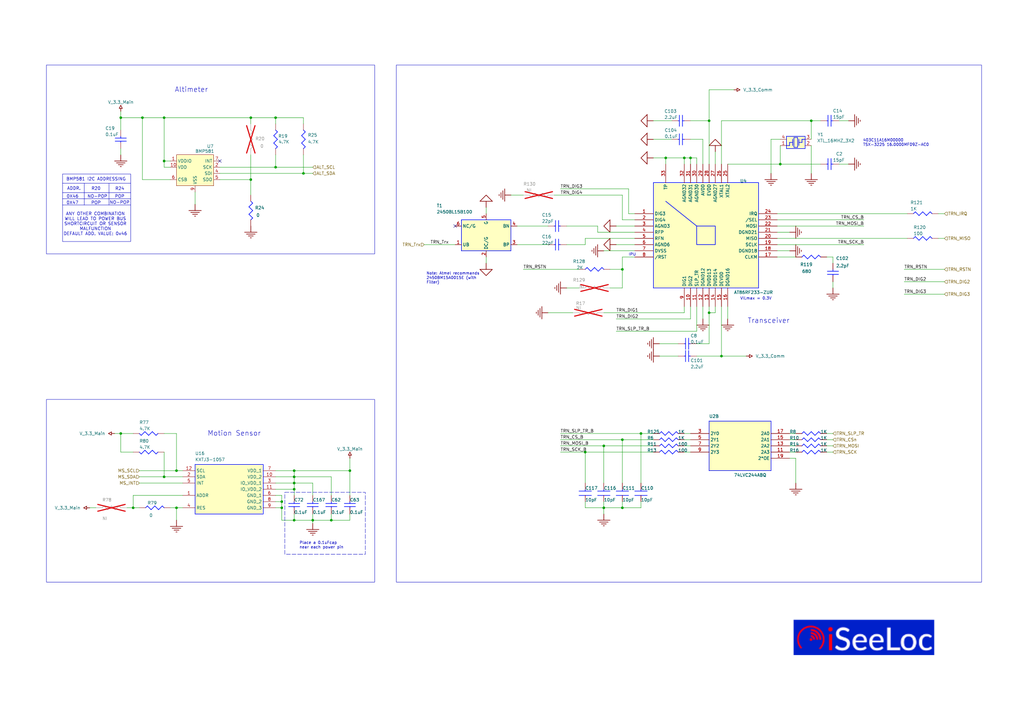
<source format=kicad_sch>
(kicad_sch (version 20231120) (generator "eeschema") (generator_version "8.0")
  (paper "A3")
  (junction (at 247.65 208.28))
  (junction (at 128.27 213.36))
  (junction (at 273.05 64.77))
  (junction (at 290.83 128.27))
  (junction (at 135.89 213.36))
  (junction (at 320.04 67.31))
  (junction (at 283.21 64.77))
  (junction (at 255.27 180.34))
  (junction (at 255.27 208.28))
  (junction (at 58.42 48.26))
  (junction (at 102.87 73.66))
  (junction (at 115.57 208.28))
  (junction (at 332.74 49.53))
  (junction (at 240.03 185.42))
  (junction (at 49.53 177.8))
  (junction (at 120.65 198.12))
  (junction (at 72.39 193.04))
  (junction (at 120.65 193.04))
  (junction (at 113.03 48.26))
  (junction (at 247.65 182.88))
  (junction (at 67.31 48.26))
  (junction (at 290.83 49.53))
  (junction (at 102.87 48.26))
  (junction (at 67.31 195.58))
  (junction (at 54.61 208.28))
  (junction (at 124.46 71.12))
  (junction (at 72.39 208.28))
  (junction (at 255.27 110.49))
  (junction (at 113.03 68.58))
  (junction (at 115.57 205.74))
  (junction (at 120.65 213.36))
  (junction (at 120.65 195.58))
  (junction (at 280.67 64.77))
  (junction (at 262.89 177.8))
  (junction (at 49.53 48.26))
  (junction (at 120.65 200.66))
  (junction (at 67.31 66.04))
  (junction (at 143.51 193.04))
  (junction (at 295.91 146.05))
  (no_connect (at 186.69 92.71))
  (no_connect (at 90.17 66.04))
  (wire (pts (xy 67.31 48.26) (xy 67.31 66.04)))
  (wire (pts (xy 262.89 205.74) (xy 262.89 208.28)))
  (wire (pts (xy 323.85 102.87) (xy 318.77 102.87)))
  (wire (pts (xy 113.03 200.66) (xy 120.65 200.66)))
  (wire (pts (xy 237.49 118.11) (xy 232.41 118.11)))
  (wire (pts (xy 113.03 68.58) (xy 128.27 68.58)))
  (wire (pts (xy 72.39 193.04) (xy 74.93 193.04)))
  (wire (pts (xy 199.39 107.95) (xy 199.39 105.41)))
  (wire (pts (xy 278.13 140.97) (xy 270.51 140.97)))
  (wire (pts (xy 255.27 118.11) (xy 250.19 118.11)))
  (wire (pts (xy 387.35 87.63) (xy 384.81 87.63)))
  (wire (pts (xy 245.11 95.25) (xy 245.11 92.71)))
  (wire (pts (xy 255.27 105.41) (xy 255.27 110.49)))
  (wire (pts (xy 128.27 214.63) (xy 128.27 213.36)))
  (wire (pts (xy 72.39 193.04) (xy 72.39 177.8)))
  (wire (pts (xy 229.87 180.34) (xy 255.27 180.34)))
  (wire (pts (xy 247.65 208.28) (xy 247.65 205.74)))
  (wire (pts (xy 120.65 203.2) (xy 120.65 200.66)))
  (wire (pts (xy 290.83 49.53) (xy 283.21 49.53)))
  (wire (pts (xy 67.31 66.04) (xy 67.31 68.58)))
  (wire (pts (xy 113.03 50.8) (xy 113.03 48.26)))
  (wire (pts (xy 72.39 208.28) (xy 74.93 208.28)))
  (wire (pts (xy 295.91 146.05) (xy 306.07 146.05)))
  (wire (pts (xy 298.45 67.31) (xy 320.04 67.31)))
  (wire (pts (xy 318.77 100.33) (xy 354.33 100.33)))
  (wire (pts (xy 283.21 67.31) (xy 283.21 64.77)))
  (wire (pts (xy 143.51 203.2) (xy 143.51 193.04)))
  (wire (pts (xy 341.63 185.42) (xy 339.09 185.42)))
  (wire (pts (xy 255.27 90.17) (xy 255.27 80.01)))
  (wire (pts (xy 247.65 208.28) (xy 240.03 208.28)))
  (wire (pts (xy 280.67 128.27) (xy 280.67 125.73)))
  (wire (pts (xy 387.35 97.79) (xy 384.81 97.79)))
  (wire (pts (xy 54.61 208.28) (xy 57.15 208.28)))
  (wire (pts (xy 214.63 80.01) (xy 209.55 80.01)))
  (wire (pts (xy 347.98 67.31) (xy 344.17 67.31)))
  (wire (pts (xy 320.04 67.31) (xy 336.55 67.31)))
  (wire (pts (xy 285.75 67.31) (xy 285.75 64.77)))
  (wire (pts (xy 260.35 100.33) (xy 252.73 100.33)))
  (wire (pts (xy 255.27 208.28) (xy 247.65 208.28)))
  (wire (pts (xy 135.89 213.36) (xy 135.89 210.82)))
  (wire (pts (xy 128.27 198.12) (xy 128.27 203.2)))
  (wire (pts (xy 54.61 203.2) (xy 74.93 203.2)))
  (wire (pts (xy 341.63 182.88) (xy 339.09 182.88)))
  (wire (pts (xy 262.89 198.12) (xy 262.89 177.8)))
  (wire (pts (xy 72.39 177.8) (xy 67.31 177.8)))
  (wire (pts (xy 326.39 105.41) (xy 318.77 105.41)))
  (wire (pts (xy 255.27 80.01) (xy 227.33 80.01)))
  (wire (pts (xy 115.57 208.28) (xy 113.03 208.28)))
  (wire (pts (xy 283.21 64.77) (xy 280.67 64.77)))
  (wire (pts (xy 372.11 97.79) (xy 318.77 97.79)))
  (wire (pts (xy 347.98 49.53) (xy 344.17 49.53)))
  (wire (pts (xy 80.01 78.74) (xy 80.01 83.82)))
  (wire (pts (xy 293.37 67.31) (xy 293.37 62.23)))
  (wire (pts (xy 260.35 105.41) (xy 255.27 105.41)))
  (wire (pts (xy 280.67 185.42) (xy 283.21 185.42)))
  (wire (pts (xy 285.75 146.05) (xy 295.91 146.05)))
  (wire (pts (xy 285.75 64.77) (xy 283.21 64.77)))
  (wire (pts (xy 240.03 208.28) (xy 240.03 205.74)))
  (wire (pts (xy 124.46 71.12) (xy 128.27 71.12)))
  (wire (pts (xy 290.83 128.27) (xy 290.83 125.73)))
  (wire (pts (xy 57.15 195.58) (xy 67.31 195.58)))
  (wire (pts (xy 128.27 213.36) (xy 120.65 213.36)))
  (wire (pts (xy 262.89 208.28) (xy 255.27 208.28)))
  (wire (pts (xy 120.65 195.58) (xy 135.89 195.58)))
  (wire (pts (xy 58.42 48.26) (xy 58.42 73.66)))
  (wire (pts (xy 237.49 110.49) (xy 214.63 110.49)))
  (wire (pts (xy 46.99 177.8) (xy 49.53 177.8)))
  (wire (pts (xy 102.87 48.26) (xy 113.03 48.26)))
  (wire (pts (xy 115.57 205.74) (xy 115.57 203.2)))
  (wire (pts (xy 120.65 198.12) (xy 128.27 198.12)))
  (wire (pts (xy 113.03 193.04) (xy 120.65 193.04)))
  (wire (pts (xy 69.85 73.66) (xy 58.42 73.66)))
  (wire (pts (xy 120.65 193.04) (xy 143.51 193.04)))
  (wire (pts (xy 113.03 195.58) (xy 120.65 195.58)))
  (wire (pts (xy 143.51 213.36) (xy 135.89 213.36)))
  (wire (pts (xy 295.91 49.53) (xy 295.91 67.31)))
  (wire (pts (xy 49.53 48.26) (xy 49.53 53.34)))
  (wire (pts (xy 252.73 130.81) (xy 283.21 130.81)))
  (wire (pts (xy 326.39 198.12) (xy 326.39 187.96)))
  (wire (pts (xy 326.39 182.88) (xy 323.85 182.88)))
  (wire (pts (xy 316.23 57.15) (xy 316.23 71.12)))
  (wire (pts (xy 120.65 213.36) (xy 115.57 213.36)))
  (wire (pts (xy 290.83 49.53) (xy 290.83 36.83)))
  (wire (pts (xy 275.59 57.15) (xy 267.97 57.15)))
  (wire (pts (xy 255.27 198.12) (xy 255.27 180.34)))
  (wire (pts (xy 135.89 213.36) (xy 128.27 213.36)))
  (wire (pts (xy 320.04 59.69) (xy 320.04 67.31)))
  (wire (pts (xy 115.57 203.2) (xy 113.03 203.2)))
  (wire (pts (xy 290.83 140.97) (xy 290.83 128.27)))
  (wire (pts (xy 273.05 64.77) (xy 267.97 64.77)))
  (wire (pts (xy 67.31 66.04) (xy 69.85 66.04)))
  (wire (pts (xy 318.77 90.17) (xy 354.33 90.17)))
  (wire (pts (xy 295.91 49.53) (xy 332.74 49.53)))
  (wire (pts (xy 262.89 177.8) (xy 267.97 177.8)))
  (wire (pts (xy 199.39 87.63) (xy 199.39 85.09)))
  (wire (pts (xy 115.57 208.28) (xy 115.57 205.74)))
  (wire (pts (xy 260.35 95.25) (xy 245.11 95.25)))
  (wire (pts (xy 339.09 177.8) (xy 341.63 177.8)))
  (wire (pts (xy 49.53 177.8) (xy 54.61 177.8)))
  (wire (pts (xy 341.63 107.95) (xy 341.63 105.41)))
  (wire (pts (xy 49.53 48.26) (xy 58.42 48.26)))
  (wire (pts (xy 49.53 48.26) (xy 49.53 45.72)))
  (wire (pts (xy 283.21 177.8) (xy 280.67 177.8)))
  (wire (pts (xy 124.46 63.5) (xy 124.46 71.12)))
  (wire (pts (xy 260.35 90.17) (xy 255.27 90.17)))
  (wire (pts (xy 280.67 67.31) (xy 280.67 64.77)))
  (wire (pts (xy 283.21 130.81) (xy 283.21 125.73)))
  (wire (pts (xy 290.83 128.27) (xy 293.37 128.27)))
  (wire (pts (xy 318.77 87.63) (xy 372.11 87.63)))
  (wire (pts (xy 54.61 208.28) (xy 54.61 203.2)))
  (wire (pts (xy 58.42 48.26) (xy 67.31 48.26)))
  (wire (pts (xy 255.27 110.49) (xy 255.27 118.11)))
  (polyline (pts (xy 44.704 75.184) (xy 44.704 84.074)))
  (wire (pts (xy 54.61 185.42) (xy 49.53 185.42)))
  (wire (pts (xy 120.65 213.36) (xy 120.65 210.82)))
  (wire (pts (xy 120.65 198.12) (xy 120.65 195.58)))
  (polyline (pts (xy 25.654 75.184) (xy 53.594 75.184)))
  (polyline (pts (xy 25.654 81.534) (xy 53.594 81.534)))
  (wire (pts (xy 332.74 49.53) (xy 332.74 57.15)))
  (wire (pts (xy 370.84 115.57) (xy 387.35 115.57)))
  (wire (pts (xy 115.57 213.36) (xy 115.57 208.28)))
  (wire (pts (xy 186.69 100.33) (xy 173.99 100.33)))
  (wire (pts (xy 67.31 48.26) (xy 102.87 48.26)))
  (wire (pts (xy 143.51 193.04) (xy 143.51 187.96)))
  (wire (pts (xy 247.65 182.88) (xy 267.97 182.88)))
  (wire (pts (xy 290.83 67.31) (xy 290.83 49.53)))
  (wire (pts (xy 135.89 195.58) (xy 135.89 203.2)))
  (wire (pts (xy 318.77 92.71) (xy 354.33 92.71)))
  (wire (pts (xy 336.55 49.53) (xy 332.74 49.53)))
  (wire (pts (xy 120.65 200.66) (xy 120.65 198.12)))
  (wire (pts (xy 370.84 120.65) (xy 387.35 120.65)))
  (wire (pts (xy 257.81 87.63) (xy 257.81 77.47)))
  (wire (pts (xy 143.51 210.82) (xy 143.51 213.36)))
  (wire (pts (xy 298.45 130.81) (xy 298.45 125.73)))
  (wire (pts (xy 113.03 198.12) (xy 120.65 198.12)))
  (wire (pts (xy 288.29 57.15) (xy 283.21 57.15)))
  (wire (pts (xy 90.17 68.58) (xy 113.03 68.58)))
  (wire (pts (xy 255.27 208.28) (xy 255.27 205.74)))
  (wire (pts (xy 74.93 198.12) (xy 57.15 198.12)))
  (wire (pts (xy 247.65 128.27) (xy 280.67 128.27)))
  (wire (pts (xy 280.67 182.88) (xy 283.21 182.88)))
  (wire (pts (xy 260.35 92.71) (xy 252.73 92.71)))
  (wire (pts (xy 247.65 210.82) (xy 247.65 208.28)))
  (wire (pts (xy 69.85 208.28) (xy 72.39 208.28)))
  (wire (pts (xy 332.74 59.69) (xy 332.74 71.12)))
  (wire (pts (xy 280.67 180.34) (xy 283.21 180.34)))
  (wire (pts (xy 39.37 208.28) (xy 36.83 208.28)))
  (polyline (pts (xy 25.654 84.074) (xy 53.594 84.074)))
  (wire (pts (xy 275.59 49.53) (xy 267.97 49.53)))
  (wire (pts (xy 278.13 146.05) (xy 270.51 146.05)))
  (wire (pts (xy 224.79 92.71) (xy 212.09 92.71)))
  (wire (pts (xy 102.87 73.66) (xy 102.87 80.01)))
  (wire (pts (xy 229.87 177.8) (xy 262.89 177.8)))
  (wire (pts (xy 250.19 110.49) (xy 255.27 110.49)))
  (wire (pts (xy 72.39 213.36) (xy 72.39 208.28)))
  (polyline (pts (xy 34.544 75.184) (xy 34.544 84.074)))
  (wire (pts (xy 326.39 187.96) (xy 323.85 187.96)))
  (wire (pts (xy 229.87 185.42) (xy 240.03 185.42)))
  (wire (pts (xy 240.03 100.33) (xy 232.41 100.33)))
  (wire (pts (xy 341.63 180.34) (xy 339.09 180.34)))
  (wire (pts (xy 255.27 180.34) (xy 267.97 180.34)))
  (wire (pts (xy 320.04 57.15) (xy 316.23 57.15)))
  (wire (pts (xy 370.84 110.49) (xy 387.35 110.49)))
  (wire (pts (xy 102.87 50.8) (xy 102.87 48.26)))
  (wire (pts (xy 285.75 135.89) (xy 285.75 125.73)))
  (wire (pts (xy 49.53 63.5) (xy 49.53 60.96)))
  (wire (pts (xy 326.39 185.42) (xy 323.85 185.42)))
  (wire (pts (xy 67.31 195.58) (xy 67.31 185.42)))
  (wire (pts (xy 102.87 63.5) (xy 102.87 73.66)))
  (wire (pts (xy 128.27 213.36) (xy 128.27 210.82)))
  (wire (pts (xy 260.35 102.87) (xy 247.65 102.87)))
  (wire (pts (xy 234.95 128.27) (xy 224.79 128.27)))
  (wire (pts (xy 288.29 67.31) (xy 288.29 57.15)))
  (wire (pts (xy 240.03 185.42) (xy 267.97 185.42)))
  (wire (pts (xy 247.65 198.12) (xy 247.65 182.88)))
  (wire (pts (xy 90.17 73.66) (xy 102.87 73.66)))
  (wire (pts (xy 240.03 198.12) (xy 240.03 185.42)))
  (wire (pts (xy 288.29 130.81) (xy 288.29 125.73)))
  (polyline (pts (xy 25.654 78.994) (xy 53.594 78.994)))
  (wire (pts (xy 229.87 77.47) (xy 257.81 77.47)))
  (wire (pts (xy 113.03 48.26) (xy 124.46 48.26)))
  (wire (pts (xy 120.65 195.58) (xy 120.65 193.04)))
  (wire (pts (xy 229.87 182.88) (xy 247.65 182.88)))
  (wire (pts (xy 285.75 140.97) (xy 290.83 140.97)))
  (wire (pts (xy 280.67 64.77) (xy 273.05 64.77)))
  (wire (pts (xy 52.07 208.28) (xy 54.61 208.28)))
  (wire (pts (xy 90.17 71.12) (xy 124.46 71.12)))
  (wire (pts (xy 124.46 48.26) (xy 124.46 50.8)))
  (wire (pts (xy 67.31 68.58) (xy 69.85 68.58)))
  (wire (pts (xy 323.85 95.25) (xy 318.77 95.25)))
  (wire (pts (xy 295.91 146.05) (xy 295.91 125.73)))
  (wire (pts (xy 115.57 205.74) (xy 113.03 205.74)))
  (wire (pts (xy 245.11 92.71) (xy 232.41 92.71)))
  (wire (pts (xy 260.35 87.63) (xy 257.81 87.63)))
  (wire (pts (xy 341.63 118.11) (xy 341.63 115.57)))
  (wire (pts (xy 224.79 100.33) (xy 212.09 100.33)))
  (wire (pts (xy 240.03 97.79) (xy 240.03 100.33)))
  (wire (pts (xy 293.37 128.27) (xy 293.37 125.73)))
  (wire (pts (xy 113.03 63.5) (xy 113.03 68.58)))
  (wire (pts (xy 326.39 180.34) (xy 323.85 180.34)))
  (wire (pts (xy 326.39 177.8) (xy 323.85 177.8)))
  (wire (pts (xy 273.05 67.31) (xy 273.05 64.77)))
  (wire (pts (xy 67.31 195.58) (xy 74.93 195.58)))
  (wire (pts (xy 57.15 193.04) (xy 72.39 193.04)))
  (wire (pts (xy 49.53 185.42) (xy 49.53 177.8)))
  (wire (pts (xy 341.63 105.41) (xy 339.09 105.41)))
  (wire (pts (xy 260.35 97.79) (xy 240.03 97.79)))
  (wire (pts (xy 252.73 135.89) (xy 285.75 135.89)))
  (wire (pts (xy 290.83 36.83) (xy 300.99 36.83)))
  (rectangle (start 19.05 163.83) (end 153.67 238.76))
  (rectangle (start 116.84 201.93) (end 149.86 227.33) (stroke (width 0) (type dash)))
  (rectangle (start 25.654 71.374) (end 53.594 99.06))
  (rectangle (start 162.56 26.67) (end 402.59 238.76))
  (rectangle (start 19.05 26.67) (end 153.67 104.14))
  (image (at 354.33 261.293) (scale 3.89297))
  (text_box "Note: Atmel recommands\n2450BM15A0015E (with\nFilter)" (at 202.438 110.49 0) (size -28.448 6.858) (stroke (width -0.0001) (color 0 0 0 1)) (effects (font (size 1.143 1.143)) (justify left top)))
  (text_box "403C11A16M00000\nTSX-3225 16.0000MF09Z-AC0" (at 353.06 55.88 0) (size 32.258 4.572) (stroke (width -0.0001) (color 0 0 0 1)) (effects (font (size 1.143 1.143)) (justify left top)))
  (text_box "Place a 0.1uFcap \nnear each power pin" (at 121.92 220.98 0) (size 24.638 4.572) (stroke (width -0.0001) (color 0 0 0 1)) (effects (font (size 1.143 1.143)) (justify left top)))
  (text "ANY OTHER COMBINATION\nWILL LEAD TO POWER BUS\nSHORTCIRCUIT OR SENSOR\nMALFUNCTION\nDEFAULT ADD. VALUE: 0x46" (at 39.116 91.948 0) (effects (font (size 1.27 1.27))))
  (text "R24" (at 49.1364 77.5305 0) (effects (font (size 1.27 1.27))))
  (text "NO-POP" (at 39.9298 80.6996 0) (effects (font (size 1.27 1.27))))
  (text "0X46" (at 29.7698 80.6996 0) (effects (font (size 1.27 1.27))))
  (text "POP" (at 49.0738 80.6996 0) (effects (font (size 1.27 1.27))))
  (text "NO-POP" (at 49.0519 83.1975 0) (effects (font (size 1.27 1.27))))
  (text "Motion Sensor" (at 85.09 179.07 0) (effects (font (size 2.032 2.032)) (justify left bottom)))
  (text "Transceiver" (at 306.578 132.842 0) (effects (font (size 2.032 2.032)) (justify left bottom)))
  (text "IPU" (at 257.81 105.156 0) (effects (font (size 1.143 1.143)) (justify left bottom)))
  (text "R20" (at 39.37 77.47 0) (effects (font (size 1.27 1.27))))
  (text "VILmax = 0.3V" (at 303.53 123.19 0) (effects (font (size 1.143 1.143)) (justify left bottom)))
  (text "ADDR." (at 30.3035 77.4319 0) (effects (font (size 1.27 1.27))))
  (text "Altimeter" (at 71.628 38.1 0) (effects (font (size 2.032 2.032)) (justify left bottom)))
  (text "0X47" (at 29.718 83.312 0) (effects (font (size 1.27 1.27))))
  (text "BMP581 I2C ADDRESSING" (at 39.3749 73.5864 0) (effects (font (size 1.27 1.27))))
  (text "POP" (at 39.37 83.312 0) (effects (font (size 1.27 1.27))))
  (label "TRN_DIG2" (at 370.84 115.57 0))
  (label "TRN_DIG4" (at 229.87 80.01 0))
  (label "TRN_RSTN" (at 214.63 110.49 0))
  (label "TRN_SCK_B" (at 354.33 100.33 180))
  (label "TRN_MOSI_B" (at 229.87 182.88 0))
  (label "TRN_SCK_B" (at 229.87 185.42 0))
  (label "TRN_DIG1" (at 252.73 128.27 0))
  (label "TRN_SLP_TR_B" (at 252.73 135.89 0))
  (label "TRN_RSTN" (at 370.84 110.49 0))
  (label "TRN_SLP_TR_B" (at 229.87 177.8 0))
  (label "TRN_CS_B" (at 229.87 180.34 0))
  (label "TRN_DIG3" (at 370.84 120.65 0))
  (label "TRN_Trx" (at 176.53 100.33 0))
  (label "TRN_DIG3" (at 229.87 77.47 0))
  (label "TRN_CS_B" (at 354.33 90.17 180))
  (label "TRN_MOSI_B" (at 354.33 92.71 180))
  (label "TRN_DIG2" (at 252.73 130.81 0))
  (hierarchical_label "ALT_SCL" (shape input) (at 128.27 68.58 0))
  (hierarchical_label "ALT_SDA" (shape input) (at 128.27 71.12 0))
  (hierarchical_label "TRN_Trx" (shape input) (at 173.99 100.33 180))
  (hierarchical_label "TRN_MISO" (shape input) (at 387.35 97.79 0))
  (hierarchical_label "MS_INT" (shape input) (at 57.15 198.12 180))
  (hierarchical_label "TRN_IRQ" (shape input) (at 387.35 87.63 0))
  (hierarchical_label "TRN_CSn" (shape input) (at 341.63 180.34 0))
  (hierarchical_label "TRN_MOSI" (shape input) (at 341.63 182.88 0))
  (hierarchical_label "TRN_RSTN" (shape input) (at 387.35 110.49 0))
  (hierarchical_label "TRN_DIG3" (shape input) (at 387.35 120.65 0))
  (hierarchical_label "TRN_SLP_TR" (shape input) (at 341.63 177.8 0))
  (hierarchical_label "TRN_SCK" (shape input) (at 341.63 185.42 0))
  (hierarchical_label "MS_SDA" (shape input) (at 57.15 195.58 180))
  (hierarchical_label "MS_SCL" (shape input) (at 57.15 193.04 180))
  (hierarchical_label "TRN_DIG2" (shape input) (at 387.35 115.57 0))
  (symbol (lib_id "TruelocationR3_all_project_symbols:GND_POWER_GROUND") (at 332.74 71.12 0) (unit 1)
    (property "Reference" "#PWR220" (effects (hide yes)))
    (property "Value" "GND" (effects (hide yes)))
  )
  (symbol (lib_id "TruelocationR3_all_project_symbols:root_3_mirrored_RESISTOR") (at 57.15 182.88 0) (unit 1)
    (property "Reference" "R80" (at 57.15 181.61 0) (effects (justify left bottom)))
    (property "Value" "4.7K" (at 57.15 184.15 0) (effects (justify left bottom)))
    (property "Footprint" "Library:CAP_CHIP_0402_W24L44H24_RFL" (effects (hide yes)))
    (property "Datasheet" "https://www.seielect.com/catalog/sei-rmcf_rmcp.pdf" (effects (hide yes)))
    (property "Description" "RES 4.7K OHM 1% 1/16W 0402" (effects (hide yes)))
    (property "MANUFACTURER P/N" "RMCF0402FT4K70" (effects (hide yes)))
    (property "MANUFACTURER" "STACKPOLE" (effects (hide yes)))
  )
  (symbol (lib_id "TruelocationR3_all_project_symbols:root_2_mirrored_CAP NP") (at 133.35 208.28 0) (unit 1)
    (property "Reference" "C62" (at 135.89 205.74 0) (effects (justify left bottom)))
    (property "Value" "0.1uF" (at 135.89 210.82 0) (effects (justify left bottom)))
    (property "Footprint" "Library:CAP_CHIP_0402_W24L44H24_RFL" (effects (hide yes)))
    (property "Datasheet" "https://mm.digikey.com/Volume0/opasdata/d220001/medias/docus/2715/CL05B104KO5NFNC_Spec.pdf" (effects (hide yes)))
    (property "Description" "CAP CER 0.1UF 16V X7R 0402" (effects (hide yes)))
    (property "MANUFACTURER P/N" "CL05B104KO5NFNC" (effects (hide yes)))
    (property "MANUFACTURER" "SAMSUNG" (effects (hide yes)))
  )
  (symbol (lib_id "TruelocationR3_all_project_symbols:GND_POWER_GROUND") (at 209.55 80.01 270) (unit 1)
    (property "Reference" "#PWR200" (effects (hide yes)))
    (property "Value" "GND" (effects (hide yes)))
  )
  (symbol (lib_id "TruelocationR3_all_project_symbols:GND_POWER_GROUND") (at 347.98 49.53 90) (unit 1)
    (property "Reference" "#PWR223" (effects (hide yes)))
    (property "Value" "GND" (effects (hide yes)))
  )
  (symbol (lib_id "TruelocationR3_all_project_symbols:GND_POWER_GROUND") (at 270.51 146.05 270) (unit 1)
    (property "Reference" "#PWR212" (effects (hide yes)))
    (property "Value" "GND" (effects (hide yes)))
  )
  (symbol (lib_id "TruelocationR3_all_project_symbols:GND_POWER_GROUND") (at 72.39 213.36 0) (unit 1)
    (property "Reference" "#PWR196" (effects (hide yes)))
    (property "Value" "GND" (effects (hide yes)))
  )
  (symbol (lib_id "TruelocationR3_all_project_symbols:root_3_mirrored_CAP NP") (at 278.13 46.99 0) (unit 1)
    (property "Reference" "C103" (at 272.4542 46.3268 0) (effects (justify left bottom)))
    (property "Value" "2.2uF" (at 272.4542 48.8668 0) (effects (justify left bottom)))
    (property "Footprint" "Library:CAP_CHIP_0402_W24L44H24_RFL" (effects (hide yes)))
    (property "Datasheet" "https://mm.digikey.com/Volume0/opasdata/d220001/medias/docus/387/LMK105BJ225MV-F_SS.pdf" (effects (hide yes)))
    (property "Description" "CAP CER 2.2UF 10V X5R 0402" (effects (hide yes)))
    (property "MANUFACTURER P/N" "LMK105BJ225MV-F" (effects (hide yes)))
    (property "MANUFACTURER" "TAIYO YUDEN" (effects (hide yes)))
  )
  (symbol (lib_id "TruelocationR3_all_project_symbols:GND_POWER_GROUND") (at 270.51 140.97 270) (unit 1)
    (property "Reference" "#PWR211" (effects (hide yes)))
    (property "Value" "GND" (effects (hide yes)))
  )
  (symbol (lib_id "TruelocationR3_all_project_symbols:root_1_R") (at 270.51 187.96 0) (unit 1)
    (property "Reference" "R13" (at 265.43 185.42 0) (effects (justify left bottom)))
    (property "Value" "100" (at 278.13 185.42 0) (effects (justify left bottom)))
    (property "Footprint" "Library:CAP_CHIP_0402_W24L44H24_RFL" (effects (hide yes)))
    (property "Datasheet" "https://www.seielect.com/catalog/sei-rmcf_rmcp.pdf" (effects (hide yes)))
    (property "Description" "RES 100 OHM 1% 1/16W 0402" (effects (hide yes)))
    (property "MANUFACTURER P/N" "RMCF0402FT100R" (effects (hide yes)))
    (property "MANUFACTURER" "STACKPOLE" (effects (hide yes)))
  )
  (symbol (lib_id "TruelocationR3_all_project_symbols:root_1_R") (at 240.03 113.03 0) (unit 1)
    (property "Reference" "R128" (at 234.95 107.95 0) (effects (justify left bottom)))
    (property "Value" "2K" (at 236.505 110.49 0) (effects (justify left bottom)))
    (property "Footprint" "Library:CAP_CHIP_0402_W24L44H24_RFL" (effects (hide yes)))
    (property "Datasheet" "https://www.seielect.com/catalog/sei-rmcf_rmcp.pdf" (effects (hide yes)))
    (property "Description" "RES 2K OHM 1% 1/16W 0402" (effects (hide yes)))
    (property "MANUFACTURER P/N" "RMCF0402FT2K00" (effects (hide yes)))
    (property "MANUFACTURER" "STACKPOLE" (effects (hide yes)))
  )
  (symbol (lib_id "TruelocationR3_all_project_symbols:root_1_R") (at 270.51 182.88 0) (unit 1)
    (property "Reference" "R6" (at 265.43 180.34 0) (effects (justify left bottom)))
    (property "Value" "1K" (at 278.13 180.34 0) (effects (justify left bottom)))
    (property "Footprint" "Library:CAP_CHIP_0402_W24L44H24_RFL" (effects (hide yes)))
    (property "Datasheet" "https://www.yageo.com/upload/media/product/products/datasheet/rchip/PYu-RC_Group_51_RoHS_L_12.pdf" (effects (hide yes)))
    (property "Description" "RES 1K OHM 1% 1/16W 0402" (effects (hide yes)))
    (property "MANUFACTURER P/N" "RC0402FR-071KL" (effects (hide yes)))
    (property "MANUFACTURER" "YAGEO" (effects (hide yes)))
  )
  (symbol (lib_id "TruelocationR3_all_project_symbols:root_1_mirrored_RESISTOR") (at 247.65 120.65 0) (unit 1) (dnp yes)
    (property "Reference" "R129" (at 234.95 115.57 0) (effects (justify left bottom)))
    (property "Value" "NI" (at 237.49 118.11 0) (effects (justify left bottom)))
    (property "Footprint" "Library:CAP_CHIP_0402_W24L44H24_RFL" (effects (hide yes)))
    (property "MANUFACTURER P/N" "DoNotPurchase" (effects (hide yes)))
  )
  (symbol (lib_id "TruelocationR3_all_project_symbols:GND_POWER_GROUND") (at 347.98 67.31 90) (unit 1)
    (property "Reference" "#PWR224" (effects (hide yes)))
    (property "Value" "GND" (effects (hide yes)))
  )
  (symbol (lib_id "TruelocationR3_all_project_symbols:BMP581") (at 80.01 69.85 0) (mirror y) (unit 1)
    (property "Reference" "U7" (at 87.63 60.706 0) (effects (justify left bottom)))
    (property "Value" "BMP581" (at 87.884 62.738 0) (effects (justify left bottom)))
    (property "Footprint" "Library:BMP581-10WFLGA" (effects (hide yes)))
    (property "Datasheet" "https://www.bosch-sensortec.com/media/boschsensortec/downloads/datasheets/bst-bmp581-ds004.pdf" (effects (hide yes)))
    (property "Description" "SENSOR 18.13PSIA 10LGA" (effects (hide yes)))
    (property "MANUFACTURER P/N" "BMP-581" (effects (hide yes)))
    (property "MANUFACTURER" "BOSCH" (effects (hide yes)))
  )
  (symbol (lib_id "TruelocationR3_all_project_symbols:V_3.3_Comm_ARROW") (at 300.99 36.83 90) (unit 1)
    (property "Reference" "#PWR217" (effects (hide yes)))
    (property "Value" "V_3.3_Comm" (at 304.8 36.83 90) (effects (justify right)))
  )
  (symbol (lib_id "TruelocationR3_all_project_symbols:root_1_R") (at 328.93 182.88 0) (unit 1)
    (property "Reference" "R10" (at 323.85 180.34 0) (effects (justify left bottom)))
    (property "Value" "1K" (at 336.55 180.34 0) (effects (justify left bottom)))
    (property "Footprint" "Library:CAP_CHIP_0402_W24L44H24_RFL" (effects (hide yes)))
    (property "Datasheet" "https://www.yageo.com/upload/media/product/products/datasheet/rchip/PYu-RC_Group_51_RoHS_L_12.pdf" (effects (hide yes)))
    (property "Description" "RES 1K OHM 1% 1/16W 0402" (effects (hide yes)))
    (property "MANUFACTURER P/N" "RC0402FR-071KL" (effects (hide yes)))
    (property "MANUFACTURER" "YAGEO" (effects (hide yes)))
  )
  (symbol (lib_id "TruelocationR3_all_project_symbols:GND_SIGNAL_SIGNAL_GROUND") (at 252.73 92.71 270) (unit 1)
    (property "Reference" "#PWR206" (effects (hide yes)))
    (property "Value" "GND_SIGNAL" (effects (hide yes)))
  )
  (symbol (lib_id "TruelocationR3_all_project_symbols:root_1_R_Dup1") (at 328.93 107.95 0) (unit 1)
    (property "Reference" "R119" (at 328.168 109.22 0) (effects (justify left bottom)))
    (property "Value" "680" (at 328.93 112.014 0) (effects (justify left bottom)))
    (property "Footprint" "Library:CAP_CHIP_0402_W24L44H24_RFL" (effects (hide yes)))
    (property "Datasheet" "https://www.yageo.com/upload/media/product/products/datasheet/rchip/PYu-RC_Group_51_RoHS_L_12.pdf" (effects (hide yes)))
    (property "Description" "RES 680 OHM 1% 1/16W 0402" (effects (hide yes)))
    (property "MANUFACTURER P/N" "RC0402FR-07680RL" (effects (hide yes)))
    (property "MANUFACTURER" "YAGEO" (effects (hide yes)))
  )
  (symbol (lib_id "TruelocationR3_all_project_symbols:root_3_mirrored_CAP NP") (at 339.09 64.77 0) (unit 1)
    (property "Reference" "C2" (at 342.8742 63.8434 0) (effects (justify left bottom)))
    (property "Value" "15pF" (at 341.6042 66.3834 0) (effects (justify left bottom)))
    (property "Footprint" "Library:CAP_CHIP_0402_W24L44H24_RFL" (effects (hide yes)))
    (property "Datasheet" "https://search.kemet.com/download/datasheet/C0402C150J4GAC7867" (effects (hide yes)))
    (property "Description" "CAP CER 15PF 16V C0G/NP0 0402" (effects (hide yes)))
    (property "MANUFACTURER P/N" "C0402C150J4GACTU" (effects (hide yes)))
    (property "MANUFACTURER" "KEMET" (effects (hide yes)))
  )
  (symbol (lib_id "TruelocationR3_all_project_symbols:GND_POWER_GROUND") (at 224.79 128.27 270) (unit 1)
    (property "Reference" "#PWR201" (effects (hide yes)))
    (property "Value" "GND" (effects (hide yes)))
  )
  (symbol (lib_id "TruelocationR3_all_project_symbols:root_3_mirrored_CAP NP") (at 339.09 46.99 0) (unit 1)
    (property "Reference" "C14" (at 341.5914 46.1684 0) (effects (justify left bottom)))
    (property "Value" "15pF" (at 341.5914 48.7084 0) (effects (justify left bottom)))
    (property "Footprint" "Library:CAP_CHIP_0402_W24L44H24_RFL" (effects (hide yes)))
    (property "Datasheet" "https://search.kemet.com/download/datasheet/C0402C150J4GAC7867" (effects (hide yes)))
    (property "Description" "CAP CER 15PF 16V C0G/NP0 0402" (effects (hide yes)))
    (property "MANUFACTURER P/N" "C0402C150J4GACTU" (effects (hide yes)))
    (property "MANUFACTURER" "KEMET" (effects (hide yes)))
  )
  (symbol (lib_id "TruelocationR3_all_project_symbols:V_3.3_Comm_ARROW") (at 306.07 146.05 90) (unit 1)
    (property "Reference" "#PWR218" (effects (hide yes)))
    (property "Value" "V_3.3_Comm" (at 309.88 146.05 90) (effects (justify right)))
  )
  (symbol (lib_id "TruelocationR3_all_project_symbols:root_3_mirrored_CAP NP") (at 280.67 138.43 0) (unit 1)
    (property "Reference" "C8" (at 283.21 138.43 0) (effects (justify left bottom)))
    (property "Value" "0.1uF" (at 283.21 140.97 0) (effects (justify left bottom)))
    (property "Footprint" "Library:CAP_CHIP_0402_W24L44H24_RFL" (effects (hide yes)))
    (property "Datasheet" "https://mm.digikey.com/Volume0/opasdata/d220001/medias/docus/2715/CL05B104KO5NFNC_Spec.pdf" (effects (hide yes)))
    (property "Description" "CAP CER 0.1UF 16V X7R 0402" (effects (hide yes)))
    (property "MANUFACTURER P/N" "CL05B104KO5NFNC" (effects (hide yes)))
    (property "MANUFACTURER" "SAMSUNG" (effects (hide yes)))
  )
  (symbol (lib_id "TruelocationR3_all_project_symbols:root_0_R") (at 100.33 82.55 0) (unit 1)
    (property "Reference" "R24" (at 104.589 85.9532 0) (effects (justify left bottom)))
    (property "Value" "0" (at 105.097 89.0012 0) (effects (justify left bottom)))
    (property "Footprint" "Library:CAP_CHIP_0402_W24L44H24_RFL" (effects (hide yes)))
    (property "Datasheet" "https://www.te.com/commerce/DocumentDelivery/DDEController?Action=srchrtrv&DocNm=1773204&DocType=DS&DocLang=English" (effects (hide yes)))
    (property "Description" "RES SMD 0 OHM JUMPER 1/16W 0402" (effects (hide yes)))
    (property "MANUFACTURER P/N" "CRG0402ZR" (effects (hide yes)))
    (property "MANUFACTURER" "TE CONNECTIVITY" (effects (hide yes)))
  )
  (symbol (lib_id "TruelocationR3_all_project_symbols:GND_POWER_GROUND") (at 316.23 71.12 0) (unit 1)
    (property "Reference" "#PWR219" (effects (hide yes)))
    (property "Value" "GND" (effects (hide yes)))
  )
  (symbol (lib_id "TruelocationR3_all_project_symbols:root_1_R") (at 328.93 180.34 0) (unit 1)
    (property "Reference" "R8" (at 323.85 177.8 0) (effects (justify left bottom)))
    (property "Value" "1K" (at 336.55 177.8 0) (effects (justify left bottom)))
    (property "Footprint" "Library:CAP_CHIP_0402_W24L44H24_RFL" (effects (hide yes)))
    (property "Datasheet" "https://www.yageo.com/upload/media/product/products/datasheet/rchip/PYu-RC_Group_51_RoHS_L_12.pdf" (effects (hide yes)))
    (property "Description" "RES 1K OHM 1% 1/16W 0402" (effects (hide yes)))
    (property "MANUFACTURER P/N" "RC0402FR-071KL" (effects (hide yes)))
    (property "MANUFACTURER" "YAGEO" (effects (hide yes)))
  )
  (symbol (lib_id "TruelocationR3_all_project_symbols:root_2_mirrored_CAP NP") (at 46.99 58.42 0) (unit 1)
    (property "Reference" "C19" (at 43.18 53.34 0) (effects (justify left bottom)))
    (property "Value" "0.1uF" (at 43.18 55.88 0) (effects (justify left bottom)))
    (property "Footprint" "Library:CAP_CHIP_0402_W24L44H24_RFL" (effects (hide yes)))
    (property "Datasheet" "https://mm.digikey.com/Volume0/opasdata/d220001/medias/docus/2715/CL05B104KO5NFNC_Spec.pdf" (effects (hide yes)))
    (property "Description" "CAP CER 0.1UF 16V X7R 0402" (effects (hide yes)))
    (property "MANUFACTURER P/N" "CL05B104KO5NFNC" (effects (hide yes)))
    (property "MANUFACTURER" "SAMSUNG" (effects (hide yes)))
  )
  (symbol (lib_id "TruelocationR3_all_project_symbols:root_3_mirrored_RESISTOR") (at 57.15 175.26 0) (unit 1)
    (property "Reference" "R77" (at 57.15 173.99 0) (effects (justify left bottom)))
    (property "Value" "4.7K" (at 57.15 176.53 0) (effects (justify left bottom)))
    (property "Footprint" "Library:CAP_CHIP_0402_W24L44H24_RFL" (effects (hide yes)))
    (property "Datasheet" "https://www.seielect.com/catalog/sei-rmcf_rmcp.pdf" (effects (hide yes)))
    (property "Description" "RES 4.7K OHM 1% 1/16W 0402" (effects (hide yes)))
    (property "MANUFACTURER P/N" "RMCF0402FT4K70" (effects (hide yes)))
    (property "MANUFACTURER" "STACKPOLE" (effects (hide yes)))
  )
  (symbol (lib_id "TruelocationR3_all_project_symbols:GND_POWER_GROUND") (at 80.01 83.82 0) (mirror y) (unit 1)
    (property "Reference" "#PWR199" (effects (hide yes)))
    (property "Value" "GND" (effects (hide yes)))
  )
  (symbol (lib_id "TruelocationR3_all_project_symbols:root_1_R") (at 328.93 187.96 0) (unit 1)
    (property "Reference" "R16" (at 323.85 185.42 0) (effects (justify left bottom)))
    (property "Value" "1K" (at 336.55 185.42 0) (effects (justify left bottom)))
    (property "Footprint" "Library:CAP_CHIP_0402_W24L44H24_RFL" (effects (hide yes)))
    (property "Datasheet" "https://www.yageo.com/upload/media/product/products/datasheet/rchip/PYu-RC_Group_51_RoHS_L_12.pdf" (effects (hide yes)))
    (property "Description" "RES 1K OHM 1% 1/16W 0402" (effects (hide yes)))
    (property "MANUFACTURER P/N" "RC0402FR-071KL" (effects (hide yes)))
    (property "MANUFACTURER" "YAGEO" (effects (hide yes)))
  )
  (symbol (lib_id "TruelocationR3_all_project_symbols:root_2_mirrored_CAP NP") (at 339.09 113.03 0) (unit 1)
    (property "Reference" "C102" (at 342.9 106.68 0) (effects (justify left bottom)))
    (property "Value" "2.2pF" (at 342.9 109.728 0) (effects (justify left bottom)))
    (property "Footprint" "Library:CAP_CHIP_0402_W24L44H24_RFL" (effects (hide yes)))
    (property "Datasheet" "https://www.yageo.com/en/Chart/Download/pdf/CC0402BRNPO9BN2R2" (effects (hide yes)))
    (property "Description" "CAP CER 2.2PF 50V C0G/NPO 0402" (effects (hide yes)))
    (property "MANUFACTURER P/N" "CC0402BRNPO9BN2R2" (effects (hide yes)))
    (property "MANUFACTURER" "YAGEO" (effects (hide yes)))
  )
  (symbol (lib_id "TruelocationR3_all_project_symbols:root_1_R") (at 270.51 185.42 0) (unit 1)
    (property "Reference" "R11" (at 265.43 182.88 0) (effects (justify left bottom)))
    (property "Value" "100" (at 278.13 182.88 0) (effects (justify left bottom)))
    (property "Footprint" "Library:CAP_CHIP_0402_W24L44H24_RFL" (effects (hide yes)))
    (property "Datasheet" "https://www.seielect.com/catalog/sei-rmcf_rmcp.pdf" (effects (hide yes)))
    (property "Description" "RES 100 OHM 1% 1/16W 0402" (effects (hide yes)))
    (property "MANUFACTURER P/N" "RMCF0402FT100R" (effects (hide yes)))
    (property "MANUFACTURER" "STACKPOLE" (effects (hide yes)))
  )
  (symbol (lib_id "TruelocationR3_all_project_symbols:GND_SIGNAL_SIGNAL_GROUND") (at 199.39 107.95 0) (unit 1)
    (property "Reference" "#PWR198" (effects (hide yes)))
    (property "Value" "GND_SIGNAL" (effects (hide yes)))
  )
  (symbol (lib_id "TruelocationR3_all_project_symbols:V_3.3_Main_ARROW") (at 46.99 177.8 270) (unit 1)
    (property "Reference" "#PWR194" (effects (hide yes)))
    (property "Value" "V_3.3_Main" (at 43.18 177.8 90) (effects (justify right)))
  )
  (symbol (lib_id "TruelocationR3_all_project_symbols:root_1_RESISTOR") (at 59.69 210.82 0) (unit 1)
    (property "Reference" "R79" (at 60.452 207.01 0) (effects (justify left bottom)))
    (property "Value" "0" (at 61.214 212.09 0) (effects (justify left bottom)))
    (property "Footprint" "Library:CAP_CHIP_0402_W24L44H24_RFL" (effects (hide yes)))
    (property "Datasheet" "https://www.te.com/commerce/DocumentDelivery/DDEController?Action=srchrtrv&DocNm=1773204&DocType=DS&DocLang=English" (effects (hide yes)))
    (property "Description" "RES SMD 0 OHM JUMPER 1/16W 0402" (effects (hide yes)))
    (property "MANUFACTURER P/N" "CRG0402ZR" (effects (hide yes)))
    (property "MANUFACTURER" "TE CONNECTIVITY" (effects (hide yes)))
  )
  (symbol (lib_id "TruelocationR3_all_project_symbols:V_3.3_Main_ARROW") (at 36.83 208.28 270) (unit 1)
    (property "Reference" "#PWR186" (effects (hide yes)))
    (property "Value" "V_3.3_Main" (at 33.02 208.28 90) (effects (justify right)))
  )
  (symbol (lib_id "TruelocationR3_all_project_symbols:root_1_CRYSTAL_4") (at 322.58 54.61 270) (unit 1)
    (property "Reference" "Y1" (at 335.28 55.88 90) (effects (justify left bottom)))
    (property "Value" "XTL_16MHZ_3X2" (at 350.52 58.42 90) (effects (justify right bottom)))
    (property "Footprint" "Library:XTAL_CHIP_W3.35L2.65H20.6_4PIN" (effects (hide yes)))
    (property "Datasheet" "https://support.epson.biz/td/api/doc_check.php?dl=brief_TSX-3225&lang=en" (effects (hide yes)))
    (property "Description" "CRYSTAL 16.0000MHZ 9PF SMD" (effects (hide yes)))
    (property "MANUFACTURER P/N" "TSX-3225 16.0000MF09Z-AC0" (effects (hide yes)))
    (property "MANUFACTURER" "EPSON" (effects (hide yes)))
  )
  (symbol (lib_id "TruelocationR3_all_project_symbols:root_0_RESISTOR") (at 110.49 53.34 0) (unit 1)
    (property "Reference" "R19" (at 114.0875 56.5551 0) (effects (justify left bottom)))
    (property "Value" "4.7K" (at 114.1944 58.907 0) (effects (justify left bottom)))
    (property "Footprint" "Library:CAP_CHIP_0402_W24L44H24_RFL" (effects (hide yes)))
    (property "Datasheet" "https://www.seielect.com/catalog/sei-rmcf_rmcp.pdf" (effects (hide yes)))
    (property "Description" "RES 4.7K OHM 1% 1/16W 0402" (effects (hide yes)))
    (property "MANUFACTURER P/N" "RMCF0402FT4K70" (effects (hide yes)))
    (property "MANUFACTURER" "STACKPOLE" (effects (hide yes)))
  )
  (symbol (lib_id "TruelocationR3_all_project_symbols:V_3.3_Main_ARROW") (at 143.51 187.96 180) (unit 1)
    (property "Reference" "#PWR205" (effects (hide yes)))
    (property "Value" "V_3.3_Main" (at 143.51 184.15 0))
  )
  (symbol (lib_id "TruelocationR3_all_project_symbols:root_1_R") (at 374.65 90.17 0) (unit 1)
    (property "Reference" "R121" (at 373.38 83.82 0) (effects (justify left bottom)))
    (property "Value" "1K" (at 373.38 86.36 0) (effects (justify left bottom)))
    (property "Footprint" "Library:CAP_CHIP_0402_W24L44H24_RFL" (effects (hide yes)))
    (property "Datasheet" "https://www.yageo.com/upload/media/product/products/datasheet/rchip/PYu-RC_Group_51_RoHS_L_12.pdf" (effects (hide yes)))
    (property "Description" "RES 1K OHM 1% 1/16W 0402" (effects (hide yes)))
    (property "MANUFACTURER P/N" "RC0402FR-071KL" (effects (hide yes)))
    (property "MANUFACTURER" "YAGEO" (effects (hide yes)))
  )
  (symbol (lib_id "TruelocationR3_all_project_symbols:root_2_CAP - 22pF/NPO_0402") (at 242.57 203.2 0) (unit 1)
    (property "Reference" "C117" (at 240.03 200.914 0) (effects (justify left bottom)))
    (property "Value" "10pF" (at 240.03 205.74 0) (effects (justify left bottom)))
    (property "Footprint" "Library:CAP_CHIP_0402_W24L44H24_RFL" (effects (hide yes)))
    (property "Datasheet" "https://search.kemet.com/download/datasheet/C0402C100J3GAC7867" (effects (hide yes)))
    (property "Description" "CAP CER 10PF 25V C0G/NP0 0402" (effects (hide yes)))
    (property "MANUFACTURER" "KEMET" (effects (hide yes)))
    (property "MANUFACTURER P/N" "C0402C100J3GACTU" (effects (hide yes)))
  )
  (symbol (lib_id "TruelocationR3_all_project_symbols:root_3_mirrored_CAP NP") (at 227.33 97.79 0) (unit 1)
    (property "Reference" "C16" (at 222.25 97.79 0) (effects (justify left bottom)))
    (property "Value" "22pF" (at 222.25 100.33 0) (effects (justify left bottom)))
    (property "Footprint" "Library:CAP_CHIP_0402_W24L44H24_RFL" (effects (hide yes)))
    (property "Datasheet" "https://search.murata.co.jp/Ceramy/image/img/A01X/G101/ENG/GCM1555C1HR50BA16-01A.pdf" (effects (hide yes)))
    (property "Description" "CAP CER 22PF 50V C0G/NP0 0402" (effects (hide yes)))
    (property "MANUFACTURER P/N" "GCM1555C1H220JA16D" (effects (hide yes)))
    (property "MANUFACTURER" "MURATA ELECTRONICS" (effects (hide yes)))
  )
  (symbol (lib_id "TruelocationR3_all_project_symbols:root_1_R") (at 374.65 100.33 0) (unit 1)
    (property "Reference" "R120" (at 374.65 93.98 0) (effects (justify left bottom)))
    (property "Value" "100" (at 374.65 96.52 0) (effects (justify left bottom)))
    (property "Footprint" "Library:CAP_CHIP_0402_W24L44H24_RFL" (effects (hide yes)))
    (property "Datasheet" "https://www.seielect.com/catalog/sei-rmcf_rmcp.pdf" (effects (hide yes)))
    (property "Description" "RES 100 OHM 1% 1/16W 0402" (effects (hide yes)))
    (property "MANUFACTURER P/N" "RMCF0402FT100R" (effects (hide yes)))
    (property "MANUFACTURER" "STACKPOLE" (effects (hide yes)))
  )
  (symbol (lib_id "TruelocationR3_all_project_symbols:root_3_mirrored_CAP NP") (at 280.67 143.51 0) (unit 1)
    (property "Reference" "C101" (at 283.21 148.59 0) (effects (justify left bottom)))
    (property "Value" "2.2uF" (at 283.21 151.13 0) (effects (justify left bottom)))
    (property "Footprint" "Library:CAP_CHIP_0402_W24L44H24_RFL" (effects (hide yes)))
    (property "Datasheet" "https://mm.digikey.com/Volume0/opasdata/d220001/medias/docus/387/LMK105BJ225MV-F_SS.pdf" (effects (hide yes)))
    (property "Description" "CAP CER 2.2UF 10V X5R 0402" (effects (hide yes)))
    (property "MANUFACTURER P/N" "LMK105BJ225MV-F" (effects (hide yes)))
    (property "MANUFACTURER" "TAIYO YUDEN" (effects (hide yes)))
  )
  (symbol (lib_id "TruelocationR3_all_project_symbols:V_3.3_Main_ARROW") (at 49.53 45.72 180) (unit 1)
    (property "Reference" "#PWR192" (effects (hide yes)))
    (property "Value" "V_3.3_Main" (at 49.53 41.91 0))
  )
  (symbol (lib_id "TruelocationR3_all_project_symbols:GND_SIGNAL_SIGNAL_GROUND") (at 252.73 100.33 270) (unit 1)
    (property "Reference" "#PWR207" (effects (hide yes)))
    (property "Value" "GND_SIGNAL" (effects (hide yes)))
  )
  (symbol (lib_id "TruelocationR3_all_project_symbols:GND_SIGNAL_SIGNAL_GROUND") (at 267.97 49.53 270) (unit 1)
    (property "Reference" "#PWR208" (effects (hide yes)))
    (property "Value" "GND_SIGNAL" (effects (hide yes)))
  )
  (symbol (lib_id "TruelocationR3_all_project_symbols:GND_SIGNAL_SIGNAL_GROUND") (at 293.37 62.23 180) (unit 1)
    (property "Reference" "#PWR215" (effects (hide yes)))
    (property "Value" "GND_SIGNAL" (effects (hide yes)))
  )
  (symbol (lib_id "TruelocationR3_all_project_symbols:GND_POWER_GROUND") (at 247.65 210.82 0) (unit 1)
    (property "Reference" "#PWR214" (effects (hide yes)))
    (property "Value" "GND" (effects (hide yes)))
  )
  (symbol (lib_id "TruelocationR3_all_project_symbols:root_3_mirrored_CAP NP") (at 227.33 90.17 0) (unit 1)
    (property "Reference" "C15" (at 222.25 88.9 0) (effects (justify left bottom)))
    (property "Value" "22pF" (at 222.25 91.44 0) (effects (justify left bottom)))
    (property "Footprint" "Library:CAP_CHIP_0402_W24L44H24_RFL" (effects (hide yes)))
    (property "Datasheet" "https://search.murata.co.jp/Ceramy/image/img/A01X/G101/ENG/GCM1555C1HR50BA16-01A.pdf" (effects (hide yes)))
    (property "Description" "CAP CER 22PF 50V C0G/NP0 0402" (effects (hide yes)))
    (property "MANUFACTURER P/N" "GCM1555C1H220JA16D" (effects (hide yes)))
    (property "MANUFACTURER" "MURATA ELECTRONICS" (effects (hide yes)))
  )
  (symbol (lib_id "TruelocationR3_all_project_symbols:root_2_CAP - 22pF/NPO_0402") (at 250.19 203.2 0) (unit 1)
    (property "Reference" "C116" (at 247.65 200.914 0) (effects (justify left bottom)))
    (property "Value" "10pF" (at 247.65 205.74 0) (effects (justify left bottom)))
    (property "Footprint" "Library:CAP_CHIP_0402_W24L44H24_RFL" (effects (hide yes)))
    (property "Datasheet" "https://search.kemet.com/download/datasheet/C0402C100J3GAC7867" (effects (hide yes)))
    (property "Description" "CAP CER 10PF 25V C0G/NP0 0402" (effects (hide yes)))
    (property "MANUFACTURER" "KEMET" (effects (hide yes)))
    (property "MANUFACTURER P/N" "C0402C100J3GACTU" (effects (hide yes)))
  )
  (symbol (lib_id "TruelocationR3_all_project_symbols:GND_SIGNAL_SIGNAL_GROUND") (at 267.97 64.77 270) (unit 1)
    (property "Reference" "#PWR210" (effects (hide yes)))
    (property "Value" "GND_SIGNAL" (effects (hide yes)))
  )
  (symbol (lib_id "TruelocationR3_all_project_symbols:root_1_RESISTOR") (at 41.91 210.82 0) (unit 1) (dnp yes)
    (property "Reference" "R78" (at 41.91 205.74 0) (effects (justify left bottom)))
    (property "Value" "NI" (at 41.91 213.36 0) (effects (justify left bottom)))
    (property "Footprint" "Library:CAP_CHIP_0402_W24L44H24_RFL" (effects (hide yes)))
    (property "MANUFACTURER P/N" "DoNotPurchase" (effects (hide yes)))
  )
  (symbol (lib_id "TruelocationR3_all_project_symbols:root_3_mirrored_CAP NP") (at 278.13 54.61 0) (unit 1)
    (property "Reference" "C104" (at 272.5611 54.1309 0) (effects (justify left bottom)))
    (property "Value" "0.1uF" (at 272.5611 56.6709 0) (effects (justify left bottom)))
    (property "Footprint" "Library:CAP_CHIP_0402_W24L44H24_RFL" (effects (hide yes)))
    (property "Datasheet" "https://mm.digikey.com/Volume0/opasdata/d220001/medias/docus/2715/CL05B104KO5NFNC_Spec.pdf" (effects (hide yes)))
    (property "Description" "CAP CER 0.1UF 16V X7R 0402" (effects (hide yes)))
    (property "MANUFACTURER P/N" "CL05B104KO5NFNC" (effects (hide yes)))
    (property "MANUFACTURER" "SAMSUNG" (effects (hide yes)))
  )
  (symbol (lib_id "TruelocationR3_all_project_symbols:GND_POWER_GROUND") (at 247.65 102.87 270) (unit 1)
    (property "Reference" "#PWR204" (effects (hide yes)))
    (property "Value" "GND" (effects (hide yes)))
  )
  (symbol (lib_id "TruelocationR3_all_project_symbols:GND_POWER_GROUND") (at 288.29 130.81 0) (unit 1)
    (property "Reference" "#PWR213" (effects (hide yes)))
    (property "Value" "GND" (effects (hide yes)))
  )
  (symbol (lib_id "TruelocationR3_all_project_symbols:root_2_mirrored_CAP NP") (at 140.97 208.28 0) (unit 1)
    (property "Reference" "C63" (at 143.51 205.74 0) (effects (justify left bottom)))
    (property "Value" "0.1uF" (at 143.51 210.82 0) (effects (justify left bottom)))
    (property "Footprint" "Library:CAP_CHIP_0402_W24L44H24_RFL" (effects (hide yes)))
    (property "Datasheet" "https://mm.digikey.com/Volume0/opasdata/d220001/medias/docus/2715/CL05B104KO5NFNC_Spec.pdf" (effects (hide yes)))
    (property "Description" "CAP CER 0.1UF 16V X7R 0402" (effects (hide yes)))
    (property "MANUFACTURER P/N" "CL05B104KO5NFNC" (effects (hide yes)))
    (property "MANUFACTURER" "SAMSUNG" (effects (hide yes)))
  )
  (symbol (lib_id "TruelocationR3_all_project_symbols:root_2_mirrored_CAP NP") (at 118.11 208.28 0) (unit 1)
    (property "Reference" "C72" (at 120.65 205.74 0) (effects (justify left bottom)))
    (property "Value" "0.1uF" (at 120.65 210.82 0) (effects (justify left bottom)))
    (property "Footprint" "Library:CAP_CHIP_0402_W24L44H24_RFL" (effects (hide yes)))
    (property "Datasheet" "https://mm.digikey.com/Volume0/opasdata/d220001/medias/docus/2715/CL05B104KO5NFNC_Spec.pdf" (effects (hide yes)))
    (property "Description" "CAP CER 0.1UF 16V X7R 0402" (effects (hide yes)))
    (property "MANUFACTURER P/N" "CL05B104KO5NFNC" (effects (hide yes)))
    (property "MANUFACTURER" "SAMSUNG" (effects (hide yes)))
  )
  (symbol (lib_id "TruelocationR3_all_project_symbols:GND_POWER_GROUND") (at 341.63 118.11 0) (unit 1)
    (property "Reference" "#PWR225" (effects (hide yes)))
    (property "Value" "GND" (effects (hide yes)))
  )
  (symbol (lib_id "TruelocationR3_all_project_symbols:root_1_R") (at 328.93 185.42 0) (unit 1)
    (property "Reference" "R14" (at 323.85 182.88 0) (effects (justify left bottom)))
    (property "Value" "1K" (at 336.55 182.88 0) (effects (justify left bottom)))
    (property "Footprint" "Library:CAP_CHIP_0402_W24L44H24_RFL" (effects (hide yes)))
    (property "Datasheet" "https://www.yageo.com/upload/media/product/products/datasheet/rchip/PYu-RC_Group_51_RoHS_L_12.pdf" (effects (hide yes)))
    (property "Description" "RES 1K OHM 1% 1/16W 0402" (effects (hide yes)))
    (property "MANUFACTURER P/N" "RC0402FR-071KL" (effects (hide yes)))
    (property "MANUFACTURER" "YAGEO" (effects (hide yes)))
  )
  (symbol (lib_id "TruelocationR3_all_project_symbols:root_2_CAP - 22pF/NPO_0402") (at 265.43 203.2 0) (unit 1)
    (property "Reference" "C110" (at 262.89 200.914 0) (effects (justify left bottom)))
    (property "Value" "10pF" (at 262.89 205.74 0) (effects (justify left bottom)))
    (property "Footprint" "Library:CAP_CHIP_0402_W24L44H24_RFL" (effects (hide yes)))
    (property "Datasheet" "https://search.kemet.com/download/datasheet/C0402C100J3GAC7867" (effects (hide yes)))
    (property "Description" "CAP CER 10PF 25V C0G/NP0 0402" (effects (hide yes)))
    (property "MANUFACTURER" "KEMET" (effects (hide yes)))
    (property "MANUFACTURER P/N" "C0402C100J3GACTU" (effects (hide yes)))
  )
  (symbol (lib_id "TruelocationR3_all_project_symbols:GND_POWER_GROUND") (at 49.53 63.5 0) (unit 1)
    (property "Reference" "#PWR193" (effects (hide yes)))
    (property "Value" "GND" (effects (hide yes)))
  )
  (symbol (lib_id "TruelocationR3_all_project_symbols:GND_POWER_GROUND") (at 323.85 95.25 90) (unit 1)
    (property "Reference" "#PWR221" (effects (hide yes)))
    (property "Value" "GND" (effects (hide yes)))
  )
  (symbol (lib_id "TruelocationR3_all_project_symbols:GND_POWER_GROUND") (at 128.27 214.63 0) (unit 1)
    (property "Reference" "#PWR203" (effects (hide yes)))
    (property "Value" "GND" (effects (hide yes)))
  )
  (symbol (lib_id "TruelocationR3_all_project_symbols:root_2_CAP - 22pF/NPO_0402") (at 257.81 203.2 0) (unit 1)
    (property "Reference" "C111" (at 255.27 200.914 0) (effects (justify left bottom)))
    (property "Value" "10pF" (at 255.27 205.74 0) (effects (justify left bottom)))
    (property "Footprint" "Library:CAP_CHIP_0402_W24L44H24_RFL" (effects (hide yes)))
    (property "Datasheet" "https://search.kemet.com/download/datasheet/C0402C100J3GAC7867" (effects (hide yes)))
    (property "Description" "CAP CER 10PF 25V C0G/NP0 0402" (effects (hide yes)))
    (property "MANUFACTURER" "KEMET" (effects (hide yes)))
    (property "MANUFACTURER P/N" "C0402C100J3GACTU" (effects (hide yes)))
  )
  (symbol (lib_id "TruelocationR3_all_project_symbols:GND_SIGNAL_SIGNAL_GROUND") (at 199.39 85.09 180) (unit 1)
    (property "Reference" "#PWR197" (effects (hide yes)))
    (property "Value" "GND_SIGNAL" (effects (hide yes)))
  )
  (symbol (lib_id "TruelocationR3_all_project_symbols:root_0_RESISTOR") (at 121.92 53.34 0) (unit 1)
    (property "Reference" "R25" (at 126.238 56.134 0) (effects (justify left bottom)))
    (property "Value" "4.7K" (at 126.238 58.928 0) (effects (justify left bottom)))
    (property "Footprint" "Library:CAP_CHIP_0402_W24L44H24_RFL" (effects (hide yes)))
    (property "Datasheet" "https://www.seielect.com/catalog/sei-rmcf_rmcp.pdf" (effects (hide yes)))
    (property "Description" "RES 4.7K OHM 1% 1/16W 0402" (effects (hide yes)))
    (property "MANUFACTURER P/N" "RMCF0402FT4K70" (effects (hide yes)))
    (property "MANUFACTURER" "STACKPOLE" (effects (hide yes)))
  )
  (symbol (lib_id "TruelocationR3_all_project_symbols:root_2_BALUN_0805") (at 209.55 102.87 0) (unit 1)
    (property "Reference" "T1" (at 179.07 85.09 0) (effects (justify left bottom)))
    (property "Value" "2450BL15B100" (at 179.07 87.63 0) (effects (justify left bottom)))
    (property "Footprint" "Library:COIL_MOLD_2.1x1.35_6PIN" (effects (hide yes)))
    (property "Datasheet" "https://www.johansontechnology.com/datasheets/2450BL15B100/2450BL15B100.pdf" (effects (hide yes)))
    (property "Description" "BALUN 2.4GHZ-2.5GHZ 50/100 0805" (effects (hide yes)))
    (property "MANUFACTURER P/N" "2450BL15B0100001E" (effects (hide yes)))
    (property "MANUFACTURER" "JOHANSON" (effects (hide yes)))
  )
  (symbol (lib_id "TruelocationR3_all_project_symbols:GND_SIGNAL_SIGNAL_GROUND") (at 267.97 57.15 270) (unit 1)
    (property "Reference" "#PWR209" (effects (hide yes)))
    (property "Value" "GND_SIGNAL" (effects (hide yes)))
  )
  (symbol (lib_id "TruelocationR3_all_project_symbols:root_0_KXTJ3-1057_1") (at 80.01 190.5 0) (unit 1)
    (property "Reference" "U16" (at 80.01 186.69 0) (effects (justify left bottom)))
    (property "Value" "KXTJ3-1057" (at 80.01 189.23 0) (effects (justify left bottom)))
    (property "Footprint" "Library:IC_QFN_0.5W2.05L2.05H1_12PIN" (effects (hide yes)))
    (property "Datasheet" "https://fscdn.rohm.com/kionix/en/datasheet/kxtj3-1057-e.pdf" (effects (hide yes)))
    (property "Description" "ACCELEROMETER 2-16G I2C 12LGA" (effects (hide yes)))
    (property "MANUFACTURER P/N" "KXTJ3-1057" (effects (hide yes)))
    (property "MANUFACTURER" "KIONIX" (effects (hide yes)))
  )
  (symbol (lib_id "TruelocationR3_all_project_symbols:root_0_AT86RF233") (at 267.97 74.93 0) (unit 1)
    (property "Reference" "U4" (at 303.53 74.93 0) (effects (justify left bottom)))
    (property "Value" "AT86RF233-ZUR" (at 300.99 120.65 0) (effects (justify left bottom)))
    (property "Footprint" "Library:IC_QFN_0.5_W5.1L5.1H0.9_32PIN_KO" (effects (hide yes)))
    (property "Datasheet" "https://ww1.microchip.com/downloads/en/DeviceDoc/Atmel-8351-MCU_Wireless-AT86RF233_Datasheet.pdf" (effects (hide yes)))
    (property "Description" "IC RF TXRX+MCU 802.15.4 32QFN" (effects (hide yes)))
    (property "MANUFACTURER P/N" "AT86RF233-ZUR" (effects (hide yes)))
    (property "MANUFACTURER" "MICROCHIP" (effects (hide yes)))
  )
  (symbol (lib_id "TruelocationR3_all_project_symbols:GND_POWER_GROUND") (at 326.39 198.12 0) (unit 1)
    (property "Reference" "#PWR226" (effects (hide yes)))
    (property "Value" "GND" (effects (hide yes)))
  )
  (symbol (lib_id "TruelocationR3_all_project_symbols:GND_POWER_GROUND") (at 232.41 118.11 270) (unit 1)
    (property "Reference" "#PWR202" (effects (hide yes)))
    (property "Value" "GND" (effects (hide yes)))
  )
  (symbol (lib_id "TruelocationR3_all_project_symbols:root_2_mirrored_CAP NP") (at 125.73 208.28 0) (unit 1)
    (property "Reference" "C167" (at 128.27 205.74 0) (effects (justify left bottom)))
    (property "Value" "0.1uF" (at 128.27 210.82 0) (effects (justify left bottom)))
    (property "Footprint" "Library:CAP_CHIP_0402_W24L44H24_RFL" (effects (hide yes)))
    (property "Datasheet" "https://mm.digikey.com/Volume0/opasdata/d220001/medias/docus/2715/CL05B104KO5NFNC_Spec.pdf" (effects (hide yes)))
    (property "Description" "CAP CER 0.1UF 16V X7R 0402" (effects (hide yes)))
    (property "MANUFACTURER P/N" "CL05B104KO5NFNC" (effects (hide yes)))
    (property "MANUFACTURER" "SAMSUNG" (effects (hide yes)))
  )
  (symbol (lib_id "TruelocationR3_all_project_symbols:root_3_R") (at 224.79 77.47 0) (unit 1) (dnp yes)
    (property "Reference" "R130" (at 214.63 76.2 0) (effects (justify left bottom)))
    (property "Value" "NI" (at 215.9 78.74 0) (effects (justify left bottom)))
    (property "Footprint" "Library:CAP_CHIP_0402_W24L44H24_RFL" (effects (hide yes)))
    (property "MANUFACTURER P/N" "DoNotPurchase" (effects (hide yes)))
  )
  (symbol (lib_id "TruelocationR3_all_project_symbols:root_0_R") (at 100.33 53.34 0) (unit 1) (dnp yes)
    (property "Reference" "R20" (at 104.6799 57.5984 0) (effects (justify left bottom)))
    (property "Value" "0" (at 106.7119 60.6464 0) (effects (justify left bottom)))
    (property "Footprint" "Library:CAP_CHIP_0402_W24L44H24_RFL" (effects (hide yes)))
    (property "Datasheet" "https://www.te.com/commerce/DocumentDelivery/DDEController?Action=srchrtrv&DocNm=1773204&DocType=DS&DocLang=English" (effects (hide yes)))
    (property "Description" "RES SMD 0 OHM JUMPER 1/16W 0402" (effects (hide yes)))
    (property "MANUFACTURER P/N" "CRG0402ZR" (effects (hide yes)))
    (property "MANUFACTURER" "TE CONNECTIVITY" (effects (hide yes)))
  )
  (symbol (lib_id "TruelocationR3_all_project_symbols:GND_POWER_GROUND") (at 102.87 92.71 0) (unit 1)
    (property "Reference" "#PWR195" (effects (hide yes)))
    (property "Value" "GND" (effects (hide yes)))
  )
  (symbol (lib_id "TruelocationR3_all_project_symbols:root_0_74LVC244ABQ") (at 290.83 172.72 0) (unit 2)
    (property "Reference" "U2" (at 290.83 171.45 0) (effects (justify left bottom)))
    (property "Value" "74LVC244ABQ" (at 300.99 195.58 0) (effects (justify left bottom)))
    (property "Footprint" "Library:IC_QFN_W4.6L2.6H1_21PIN" (effects (hide yes)))
    (property "Datasheet" "https://assets.nexperia.com/documents/data-sheet/74LVC_LVCH244A.pdf" (effects (hide yes)))
    (property "Description" "IC BUFF NON-INVERT 3.6V 20DHVQFN" (effects (hide yes)))
    (property "MANUFACTURER P/N" "74LVC244ABQ,115" (effects (hide yes)))
    (property "MANUFACTURER" "NEXPERIA" (effects (hide yes)))
  )
  (symbol (lib_id "TruelocationR3_all_project_symbols:GND_POWER_GROUND") (at 298.45 130.81 0) (unit 1)
    (property "Reference" "#PWR216" (effects (hide yes)))
    (property "Value" "GND" (effects (hide yes)))
  )
  (symbol (lib_id "TruelocationR3_all_project_symbols:root_1_R") (at 270.51 180.34 0) (unit 1)
    (property "Reference" "R125" (at 265.43 177.8 0) (effects (justify left bottom)))
    (property "Value" "1K" (at 278.13 177.8 0) (effects (justify left bottom)))
    (property "Footprint" "Library:CAP_CHIP_0402_W24L44H24_RFL" (effects (hide yes)))
    (property "Datasheet" "https://www.yageo.com/upload/media/product/products/datasheet/rchip/PYu-RC_Group_51_RoHS_L_12.pdf" (effects (hide yes)))
    (property "Description" "RES 1K OHM 1% 1/16W 0402" (effects (hide yes)))
    (property "MANUFACTURER P/N" "RC0402FR-071KL" (effects (hide yes)))
    (property "MANUFACTURER" "YAGEO" (effects (hide yes)))
  )
  (symbol (lib_id "TruelocationR3_all_project_symbols:root_3_R") (at 245.11 125.73 0) (unit 1) (dnp yes)
    (property "Reference" "R17" (at 236.1655 125.1717 0) (effects (justify left bottom)))
    (property "Value" "NI" (at 236.22 127 0) (effects (justify left bottom)))
    (property "Footprint" "Library:CAP_CHIP_0402_W24L44H24_RFL" (effects (hide yes)))
    (property "MANUFACTURER P/N" "DoNotPurchase" (effects (hide yes)))
  )
  (symbol (lib_id "TruelocationR3_all_project_symbols:GND_POWER_GROUND") (at 323.85 102.87 90) (unit 1)
    (property "Reference" "#PWR222" (effects (hide yes)))
    (property "Value" "GND" (effects (hide yes)))
  )
)
</source>
